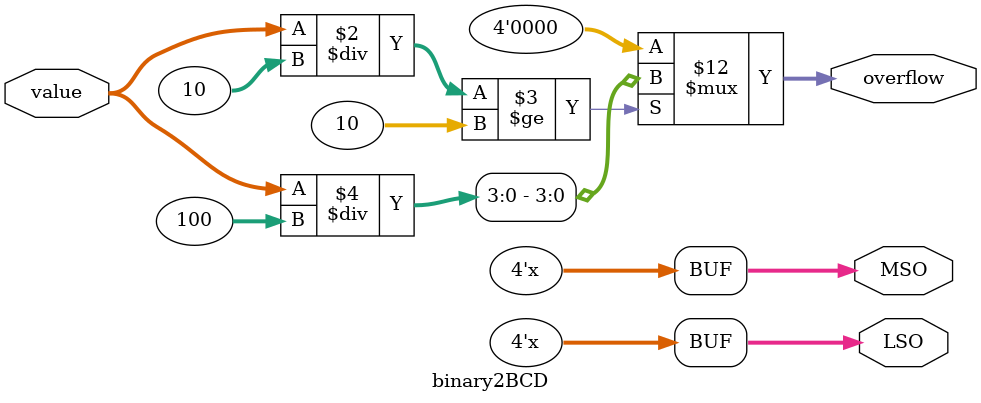
<source format=v>



module binary2BCD (value, overflow, MSO, LSO);
	parameter n=4;
	input wire [n:0]value;
	output reg [3:0] MSO; //Most significant Output
	output reg [3:0] LSO; //Least significant Output
	output reg [3:0] overflow; //
	
	integer x;
	always @(value)
	begin
		if(value/10 >= 10) begin
			overflow <= (value/100);
			x <= value%100;
		end
		else begin
			overflow <= 0;
			x <= value;
		end
			
		MSO <= x/10;
		LSO <= x%10;
		
	end		
		
endmodule

</source>
